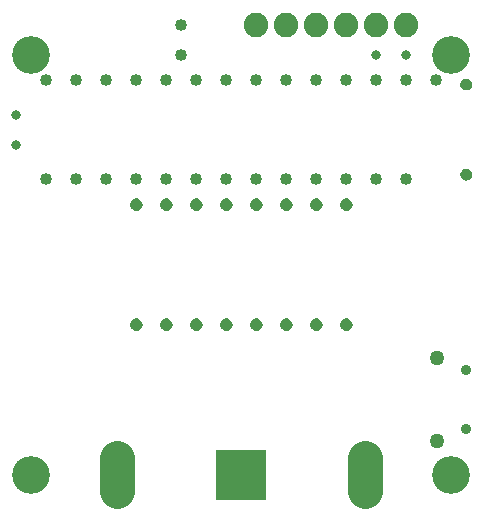
<source format=gbr>
G04 EAGLE Gerber RS-274X export*
G75*
%MOMM*%
%FSLAX34Y34*%
%LPD*%
%INSoldermask Top*%
%IPPOS*%
%AMOC8*
5,1,8,0,0,1.08239X$1,22.5*%
G01*
%ADD10C,3.203200*%
%ADD11C,2.082800*%
%ADD12C,1.016000*%
%ADD13C,0.803212*%
%ADD14C,0.889000*%
%ADD15C,1.270000*%
%ADD16C,2.984500*%
%ADD17R,4.267200X4.267200*%

G36*
X279459Y261399D02*
X279459Y261399D01*
X279553Y261396D01*
X280589Y261521D01*
X280638Y261536D01*
X280728Y261554D01*
X281710Y261907D01*
X281754Y261932D01*
X281838Y261969D01*
X282717Y262532D01*
X282754Y262566D01*
X282827Y262621D01*
X283560Y263365D01*
X283588Y263407D01*
X283647Y263477D01*
X284195Y264366D01*
X284214Y264412D01*
X284256Y264494D01*
X284592Y265482D01*
X284600Y265532D01*
X284623Y265621D01*
X284731Y266659D01*
X284727Y266709D01*
X284730Y266796D01*
X284614Y267830D01*
X284607Y267852D01*
X284607Y267865D01*
X284597Y267888D01*
X284582Y267969D01*
X284238Y268951D01*
X284213Y268995D01*
X284176Y269079D01*
X283622Y269961D01*
X283588Y269998D01*
X283534Y270072D01*
X282798Y270808D01*
X282756Y270836D01*
X282687Y270896D01*
X281805Y271450D01*
X281759Y271469D01*
X281677Y271511D01*
X280695Y271855D01*
X280645Y271863D01*
X280556Y271887D01*
X279522Y272003D01*
X279472Y272000D01*
X279387Y272004D01*
X278346Y271898D01*
X278297Y271884D01*
X278207Y271868D01*
X277215Y271533D01*
X277171Y271509D01*
X277086Y271473D01*
X276194Y270926D01*
X276156Y270893D01*
X276082Y270839D01*
X275334Y270107D01*
X275304Y270065D01*
X275244Y269997D01*
X274677Y269116D01*
X274658Y269070D01*
X274614Y268989D01*
X274258Y268005D01*
X274249Y267955D01*
X274225Y267867D01*
X274097Y266828D01*
X274099Y266778D01*
X274096Y266678D01*
X274217Y265623D01*
X274232Y265575D01*
X274249Y265485D01*
X274602Y264484D01*
X274627Y264440D01*
X274664Y264356D01*
X275231Y263459D01*
X275265Y263422D01*
X275320Y263348D01*
X276072Y262600D01*
X276114Y262572D01*
X276184Y262512D01*
X277084Y261950D01*
X277131Y261932D01*
X277212Y261889D01*
X278215Y261542D01*
X278265Y261534D01*
X278353Y261511D01*
X279408Y261396D01*
X279459Y261399D01*
G37*
G36*
X254059Y261399D02*
X254059Y261399D01*
X254153Y261396D01*
X255189Y261521D01*
X255238Y261536D01*
X255328Y261554D01*
X256310Y261907D01*
X256354Y261932D01*
X256438Y261969D01*
X257317Y262532D01*
X257354Y262566D01*
X257427Y262621D01*
X258160Y263365D01*
X258188Y263407D01*
X258247Y263477D01*
X258795Y264366D01*
X258814Y264412D01*
X258856Y264494D01*
X259192Y265482D01*
X259200Y265532D01*
X259223Y265621D01*
X259331Y266659D01*
X259327Y266709D01*
X259330Y266796D01*
X259214Y267830D01*
X259207Y267852D01*
X259207Y267865D01*
X259197Y267888D01*
X259182Y267969D01*
X258838Y268951D01*
X258813Y268995D01*
X258776Y269079D01*
X258222Y269961D01*
X258188Y269998D01*
X258134Y270072D01*
X257398Y270808D01*
X257356Y270836D01*
X257287Y270896D01*
X256405Y271450D01*
X256359Y271469D01*
X256277Y271511D01*
X255295Y271855D01*
X255245Y271863D01*
X255156Y271887D01*
X254122Y272003D01*
X254072Y272000D01*
X253987Y272004D01*
X252946Y271898D01*
X252897Y271884D01*
X252807Y271868D01*
X251815Y271533D01*
X251771Y271509D01*
X251686Y271473D01*
X250794Y270926D01*
X250756Y270893D01*
X250682Y270839D01*
X249934Y270107D01*
X249904Y270065D01*
X249844Y269997D01*
X249277Y269116D01*
X249258Y269070D01*
X249214Y268989D01*
X248858Y268005D01*
X248849Y267955D01*
X248825Y267867D01*
X248697Y266828D01*
X248699Y266778D01*
X248696Y266678D01*
X248817Y265623D01*
X248832Y265575D01*
X248849Y265485D01*
X249202Y264484D01*
X249227Y264440D01*
X249264Y264356D01*
X249831Y263459D01*
X249865Y263422D01*
X249920Y263348D01*
X250672Y262600D01*
X250714Y262572D01*
X250784Y262512D01*
X251684Y261950D01*
X251731Y261932D01*
X251812Y261889D01*
X252815Y261542D01*
X252865Y261534D01*
X252953Y261511D01*
X254008Y261396D01*
X254059Y261399D01*
G37*
G36*
X304859Y261399D02*
X304859Y261399D01*
X304953Y261396D01*
X305989Y261521D01*
X306038Y261536D01*
X306128Y261554D01*
X307110Y261907D01*
X307154Y261932D01*
X307238Y261969D01*
X308117Y262532D01*
X308154Y262566D01*
X308227Y262621D01*
X308960Y263365D01*
X308988Y263407D01*
X309047Y263477D01*
X309595Y264366D01*
X309614Y264412D01*
X309656Y264494D01*
X309992Y265482D01*
X310000Y265532D01*
X310023Y265621D01*
X310131Y266659D01*
X310127Y266709D01*
X310130Y266796D01*
X310014Y267830D01*
X310007Y267852D01*
X310007Y267865D01*
X309997Y267888D01*
X309982Y267969D01*
X309638Y268951D01*
X309613Y268995D01*
X309576Y269079D01*
X309022Y269961D01*
X308988Y269998D01*
X308934Y270072D01*
X308198Y270808D01*
X308156Y270836D01*
X308087Y270896D01*
X307205Y271450D01*
X307159Y271469D01*
X307077Y271511D01*
X306095Y271855D01*
X306045Y271863D01*
X305956Y271887D01*
X304922Y272003D01*
X304872Y272000D01*
X304787Y272004D01*
X303746Y271898D01*
X303697Y271884D01*
X303607Y271868D01*
X302615Y271533D01*
X302571Y271509D01*
X302486Y271473D01*
X301594Y270926D01*
X301556Y270893D01*
X301482Y270839D01*
X300734Y270107D01*
X300704Y270065D01*
X300644Y269997D01*
X300077Y269116D01*
X300058Y269070D01*
X300014Y268989D01*
X299658Y268005D01*
X299649Y267955D01*
X299625Y267867D01*
X299497Y266828D01*
X299499Y266778D01*
X299496Y266678D01*
X299617Y265623D01*
X299632Y265575D01*
X299649Y265485D01*
X300002Y264484D01*
X300027Y264440D01*
X300064Y264356D01*
X300631Y263459D01*
X300665Y263422D01*
X300720Y263348D01*
X301472Y262600D01*
X301514Y262572D01*
X301584Y262512D01*
X302484Y261950D01*
X302531Y261932D01*
X302612Y261889D01*
X303615Y261542D01*
X303665Y261534D01*
X303753Y261511D01*
X304808Y261396D01*
X304859Y261399D01*
G37*
G36*
X228659Y261399D02*
X228659Y261399D01*
X228753Y261396D01*
X229789Y261521D01*
X229838Y261536D01*
X229928Y261554D01*
X230910Y261907D01*
X230954Y261932D01*
X231038Y261969D01*
X231917Y262532D01*
X231954Y262566D01*
X232027Y262621D01*
X232760Y263365D01*
X232788Y263407D01*
X232847Y263477D01*
X233395Y264366D01*
X233414Y264412D01*
X233456Y264494D01*
X233792Y265482D01*
X233800Y265532D01*
X233823Y265621D01*
X233931Y266659D01*
X233927Y266709D01*
X233930Y266796D01*
X233814Y267830D01*
X233807Y267852D01*
X233807Y267865D01*
X233797Y267888D01*
X233782Y267969D01*
X233438Y268951D01*
X233413Y268995D01*
X233376Y269079D01*
X232822Y269961D01*
X232788Y269998D01*
X232734Y270072D01*
X231998Y270808D01*
X231956Y270836D01*
X231887Y270896D01*
X231005Y271450D01*
X230959Y271469D01*
X230877Y271511D01*
X229895Y271855D01*
X229845Y271863D01*
X229756Y271887D01*
X228722Y272003D01*
X228672Y272000D01*
X228587Y272004D01*
X227546Y271898D01*
X227497Y271884D01*
X227407Y271868D01*
X226415Y271533D01*
X226371Y271509D01*
X226286Y271473D01*
X225394Y270926D01*
X225356Y270893D01*
X225282Y270839D01*
X224534Y270107D01*
X224504Y270065D01*
X224444Y269997D01*
X223877Y269116D01*
X223858Y269070D01*
X223814Y268989D01*
X223458Y268005D01*
X223449Y267955D01*
X223425Y267867D01*
X223297Y266828D01*
X223299Y266778D01*
X223296Y266678D01*
X223417Y265623D01*
X223432Y265575D01*
X223449Y265485D01*
X223802Y264484D01*
X223827Y264440D01*
X223864Y264356D01*
X224431Y263459D01*
X224465Y263422D01*
X224520Y263348D01*
X225272Y262600D01*
X225314Y262572D01*
X225384Y262512D01*
X226284Y261950D01*
X226331Y261932D01*
X226412Y261889D01*
X227415Y261542D01*
X227465Y261534D01*
X227553Y261511D01*
X228608Y261396D01*
X228659Y261399D01*
G37*
G36*
X203259Y261399D02*
X203259Y261399D01*
X203353Y261396D01*
X204389Y261521D01*
X204438Y261536D01*
X204528Y261554D01*
X205510Y261907D01*
X205554Y261932D01*
X205638Y261969D01*
X206517Y262532D01*
X206554Y262566D01*
X206627Y262621D01*
X207360Y263365D01*
X207388Y263407D01*
X207447Y263477D01*
X207995Y264366D01*
X208014Y264412D01*
X208056Y264494D01*
X208392Y265482D01*
X208400Y265532D01*
X208423Y265621D01*
X208531Y266659D01*
X208527Y266709D01*
X208530Y266796D01*
X208414Y267830D01*
X208407Y267852D01*
X208407Y267865D01*
X208397Y267888D01*
X208382Y267969D01*
X208038Y268951D01*
X208013Y268995D01*
X207976Y269079D01*
X207422Y269961D01*
X207388Y269998D01*
X207334Y270072D01*
X206598Y270808D01*
X206556Y270836D01*
X206487Y270896D01*
X205605Y271450D01*
X205559Y271469D01*
X205477Y271511D01*
X204495Y271855D01*
X204445Y271863D01*
X204356Y271887D01*
X203322Y272003D01*
X203272Y272000D01*
X203187Y272004D01*
X202146Y271898D01*
X202097Y271884D01*
X202007Y271868D01*
X201015Y271533D01*
X200971Y271509D01*
X200886Y271473D01*
X199994Y270926D01*
X199956Y270893D01*
X199882Y270839D01*
X199134Y270107D01*
X199104Y270065D01*
X199044Y269997D01*
X198477Y269116D01*
X198458Y269070D01*
X198414Y268989D01*
X198058Y268005D01*
X198049Y267955D01*
X198025Y267867D01*
X197897Y266828D01*
X197899Y266778D01*
X197896Y266678D01*
X198017Y265623D01*
X198032Y265575D01*
X198049Y265485D01*
X198402Y264484D01*
X198427Y264440D01*
X198464Y264356D01*
X199031Y263459D01*
X199065Y263422D01*
X199120Y263348D01*
X199872Y262600D01*
X199914Y262572D01*
X199984Y262512D01*
X200884Y261950D01*
X200931Y261932D01*
X201012Y261889D01*
X202015Y261542D01*
X202065Y261534D01*
X202153Y261511D01*
X203208Y261396D01*
X203259Y261399D01*
G37*
G36*
X177859Y261399D02*
X177859Y261399D01*
X177953Y261396D01*
X178989Y261521D01*
X179038Y261536D01*
X179128Y261554D01*
X180110Y261907D01*
X180154Y261932D01*
X180238Y261969D01*
X181117Y262532D01*
X181154Y262566D01*
X181227Y262621D01*
X181960Y263365D01*
X181988Y263407D01*
X182047Y263477D01*
X182595Y264366D01*
X182614Y264412D01*
X182656Y264494D01*
X182992Y265482D01*
X183000Y265532D01*
X183023Y265621D01*
X183131Y266659D01*
X183127Y266709D01*
X183130Y266796D01*
X183014Y267830D01*
X183007Y267852D01*
X183007Y267865D01*
X182997Y267888D01*
X182982Y267969D01*
X182638Y268951D01*
X182613Y268995D01*
X182576Y269079D01*
X182022Y269961D01*
X181988Y269998D01*
X181934Y270072D01*
X181198Y270808D01*
X181156Y270836D01*
X181087Y270896D01*
X180205Y271450D01*
X180159Y271469D01*
X180077Y271511D01*
X179095Y271855D01*
X179045Y271863D01*
X178956Y271887D01*
X177922Y272003D01*
X177872Y272000D01*
X177787Y272004D01*
X176746Y271898D01*
X176697Y271884D01*
X176607Y271868D01*
X175615Y271533D01*
X175571Y271509D01*
X175486Y271473D01*
X174594Y270926D01*
X174556Y270893D01*
X174482Y270839D01*
X173734Y270107D01*
X173704Y270065D01*
X173644Y269997D01*
X173077Y269116D01*
X173058Y269070D01*
X173014Y268989D01*
X172658Y268005D01*
X172649Y267955D01*
X172625Y267867D01*
X172497Y266828D01*
X172499Y266778D01*
X172496Y266678D01*
X172617Y265623D01*
X172632Y265575D01*
X172649Y265485D01*
X173002Y264484D01*
X173027Y264440D01*
X173064Y264356D01*
X173631Y263459D01*
X173665Y263422D01*
X173720Y263348D01*
X174472Y262600D01*
X174514Y262572D01*
X174584Y262512D01*
X175484Y261950D01*
X175531Y261932D01*
X175612Y261889D01*
X176615Y261542D01*
X176665Y261534D01*
X176753Y261511D01*
X177808Y261396D01*
X177859Y261399D01*
G37*
G36*
X152459Y261399D02*
X152459Y261399D01*
X152553Y261396D01*
X153589Y261521D01*
X153638Y261536D01*
X153728Y261554D01*
X154710Y261907D01*
X154754Y261932D01*
X154838Y261969D01*
X155717Y262532D01*
X155754Y262566D01*
X155827Y262621D01*
X156560Y263365D01*
X156588Y263407D01*
X156647Y263477D01*
X157195Y264366D01*
X157214Y264412D01*
X157256Y264494D01*
X157592Y265482D01*
X157600Y265532D01*
X157623Y265621D01*
X157731Y266659D01*
X157727Y266709D01*
X157730Y266796D01*
X157614Y267830D01*
X157607Y267852D01*
X157607Y267865D01*
X157597Y267888D01*
X157582Y267969D01*
X157238Y268951D01*
X157213Y268995D01*
X157176Y269079D01*
X156622Y269961D01*
X156588Y269998D01*
X156534Y270072D01*
X155798Y270808D01*
X155756Y270836D01*
X155687Y270896D01*
X154805Y271450D01*
X154759Y271469D01*
X154677Y271511D01*
X153695Y271855D01*
X153645Y271863D01*
X153556Y271887D01*
X152522Y272003D01*
X152472Y272000D01*
X152387Y272004D01*
X151346Y271898D01*
X151297Y271884D01*
X151207Y271868D01*
X150215Y271533D01*
X150171Y271509D01*
X150086Y271473D01*
X149194Y270926D01*
X149156Y270893D01*
X149082Y270839D01*
X148334Y270107D01*
X148304Y270065D01*
X148244Y269997D01*
X147677Y269116D01*
X147658Y269070D01*
X147614Y268989D01*
X147258Y268005D01*
X147249Y267955D01*
X147225Y267867D01*
X147097Y266828D01*
X147099Y266778D01*
X147096Y266678D01*
X147217Y265623D01*
X147232Y265575D01*
X147249Y265485D01*
X147602Y264484D01*
X147627Y264440D01*
X147664Y264356D01*
X148231Y263459D01*
X148265Y263422D01*
X148320Y263348D01*
X149072Y262600D01*
X149114Y262572D01*
X149184Y262512D01*
X150084Y261950D01*
X150131Y261932D01*
X150212Y261889D01*
X151215Y261542D01*
X151265Y261534D01*
X151353Y261511D01*
X152408Y261396D01*
X152459Y261399D01*
G37*
G36*
X127059Y261399D02*
X127059Y261399D01*
X127153Y261396D01*
X128189Y261521D01*
X128238Y261536D01*
X128328Y261554D01*
X129310Y261907D01*
X129354Y261932D01*
X129438Y261969D01*
X130317Y262532D01*
X130354Y262566D01*
X130427Y262621D01*
X131160Y263365D01*
X131188Y263407D01*
X131247Y263477D01*
X131795Y264366D01*
X131814Y264412D01*
X131856Y264494D01*
X132192Y265482D01*
X132200Y265532D01*
X132223Y265621D01*
X132331Y266659D01*
X132327Y266709D01*
X132330Y266796D01*
X132214Y267830D01*
X132207Y267852D01*
X132207Y267865D01*
X132197Y267888D01*
X132182Y267969D01*
X131838Y268951D01*
X131813Y268995D01*
X131776Y269079D01*
X131222Y269961D01*
X131188Y269998D01*
X131134Y270072D01*
X130398Y270808D01*
X130356Y270836D01*
X130287Y270896D01*
X129405Y271450D01*
X129359Y271469D01*
X129277Y271511D01*
X128295Y271855D01*
X128245Y271863D01*
X128156Y271887D01*
X127122Y272003D01*
X127072Y272000D01*
X126987Y272004D01*
X125946Y271898D01*
X125897Y271884D01*
X125807Y271868D01*
X124815Y271533D01*
X124771Y271509D01*
X124686Y271473D01*
X123794Y270926D01*
X123756Y270893D01*
X123682Y270839D01*
X122934Y270107D01*
X122904Y270065D01*
X122844Y269997D01*
X122277Y269116D01*
X122258Y269070D01*
X122214Y268989D01*
X121858Y268005D01*
X121849Y267955D01*
X121825Y267867D01*
X121697Y266828D01*
X121699Y266778D01*
X121696Y266678D01*
X121817Y265623D01*
X121832Y265575D01*
X121849Y265485D01*
X122202Y264484D01*
X122227Y264440D01*
X122264Y264356D01*
X122831Y263459D01*
X122865Y263422D01*
X122920Y263348D01*
X123672Y262600D01*
X123714Y262572D01*
X123784Y262512D01*
X124684Y261950D01*
X124731Y261932D01*
X124812Y261889D01*
X125815Y261542D01*
X125865Y261534D01*
X125953Y261511D01*
X127008Y261396D01*
X127059Y261399D01*
G37*
G36*
X254059Y159799D02*
X254059Y159799D01*
X254153Y159796D01*
X255189Y159921D01*
X255238Y159936D01*
X255328Y159954D01*
X256310Y160307D01*
X256354Y160332D01*
X256438Y160369D01*
X257317Y160932D01*
X257354Y160966D01*
X257427Y161021D01*
X258160Y161765D01*
X258188Y161807D01*
X258247Y161877D01*
X258795Y162766D01*
X258814Y162812D01*
X258856Y162894D01*
X259192Y163882D01*
X259200Y163932D01*
X259223Y164021D01*
X259331Y165059D01*
X259327Y165109D01*
X259330Y165196D01*
X259214Y166230D01*
X259207Y166252D01*
X259207Y166265D01*
X259197Y166288D01*
X259182Y166369D01*
X258838Y167351D01*
X258813Y167395D01*
X258776Y167479D01*
X258222Y168361D01*
X258188Y168398D01*
X258134Y168472D01*
X257398Y169208D01*
X257356Y169236D01*
X257287Y169296D01*
X256405Y169850D01*
X256359Y169869D01*
X256277Y169911D01*
X255295Y170255D01*
X255245Y170263D01*
X255156Y170287D01*
X254122Y170403D01*
X254072Y170400D01*
X253987Y170404D01*
X252946Y170298D01*
X252897Y170284D01*
X252807Y170268D01*
X251815Y169933D01*
X251771Y169909D01*
X251686Y169873D01*
X250794Y169326D01*
X250756Y169293D01*
X250682Y169239D01*
X249934Y168507D01*
X249904Y168465D01*
X249844Y168397D01*
X249277Y167516D01*
X249258Y167470D01*
X249214Y167389D01*
X248858Y166405D01*
X248849Y166355D01*
X248825Y166267D01*
X248697Y165228D01*
X248699Y165178D01*
X248696Y165078D01*
X248817Y164023D01*
X248832Y163975D01*
X248849Y163885D01*
X249202Y162884D01*
X249227Y162840D01*
X249264Y162756D01*
X249831Y161859D01*
X249865Y161822D01*
X249920Y161748D01*
X250672Y161000D01*
X250714Y160972D01*
X250784Y160912D01*
X251684Y160350D01*
X251731Y160332D01*
X251812Y160289D01*
X252815Y159942D01*
X252865Y159934D01*
X252953Y159911D01*
X254008Y159796D01*
X254059Y159799D01*
G37*
G36*
X127059Y159799D02*
X127059Y159799D01*
X127153Y159796D01*
X128189Y159921D01*
X128238Y159936D01*
X128328Y159954D01*
X129310Y160307D01*
X129354Y160332D01*
X129438Y160369D01*
X130317Y160932D01*
X130354Y160966D01*
X130427Y161021D01*
X131160Y161765D01*
X131188Y161807D01*
X131247Y161877D01*
X131795Y162766D01*
X131814Y162812D01*
X131856Y162894D01*
X132192Y163882D01*
X132200Y163932D01*
X132223Y164021D01*
X132331Y165059D01*
X132327Y165109D01*
X132330Y165196D01*
X132214Y166230D01*
X132207Y166252D01*
X132207Y166265D01*
X132197Y166288D01*
X132182Y166369D01*
X131838Y167351D01*
X131813Y167395D01*
X131776Y167479D01*
X131222Y168361D01*
X131188Y168398D01*
X131134Y168472D01*
X130398Y169208D01*
X130356Y169236D01*
X130287Y169296D01*
X129405Y169850D01*
X129359Y169869D01*
X129277Y169911D01*
X128295Y170255D01*
X128245Y170263D01*
X128156Y170287D01*
X127122Y170403D01*
X127072Y170400D01*
X126987Y170404D01*
X125946Y170298D01*
X125897Y170284D01*
X125807Y170268D01*
X124815Y169933D01*
X124771Y169909D01*
X124686Y169873D01*
X123794Y169326D01*
X123756Y169293D01*
X123682Y169239D01*
X122934Y168507D01*
X122904Y168465D01*
X122844Y168397D01*
X122277Y167516D01*
X122258Y167470D01*
X122214Y167389D01*
X121858Y166405D01*
X121849Y166355D01*
X121825Y166267D01*
X121697Y165228D01*
X121699Y165178D01*
X121696Y165078D01*
X121817Y164023D01*
X121832Y163975D01*
X121849Y163885D01*
X122202Y162884D01*
X122227Y162840D01*
X122264Y162756D01*
X122831Y161859D01*
X122865Y161822D01*
X122920Y161748D01*
X123672Y161000D01*
X123714Y160972D01*
X123784Y160912D01*
X124684Y160350D01*
X124731Y160332D01*
X124812Y160289D01*
X125815Y159942D01*
X125865Y159934D01*
X125953Y159911D01*
X127008Y159796D01*
X127059Y159799D01*
G37*
G36*
X152459Y159799D02*
X152459Y159799D01*
X152553Y159796D01*
X153589Y159921D01*
X153638Y159936D01*
X153728Y159954D01*
X154710Y160307D01*
X154754Y160332D01*
X154838Y160369D01*
X155717Y160932D01*
X155754Y160966D01*
X155827Y161021D01*
X156560Y161765D01*
X156588Y161807D01*
X156647Y161877D01*
X157195Y162766D01*
X157214Y162812D01*
X157256Y162894D01*
X157592Y163882D01*
X157600Y163932D01*
X157623Y164021D01*
X157731Y165059D01*
X157727Y165109D01*
X157730Y165196D01*
X157614Y166230D01*
X157607Y166252D01*
X157607Y166265D01*
X157597Y166288D01*
X157582Y166369D01*
X157238Y167351D01*
X157213Y167395D01*
X157176Y167479D01*
X156622Y168361D01*
X156588Y168398D01*
X156534Y168472D01*
X155798Y169208D01*
X155756Y169236D01*
X155687Y169296D01*
X154805Y169850D01*
X154759Y169869D01*
X154677Y169911D01*
X153695Y170255D01*
X153645Y170263D01*
X153556Y170287D01*
X152522Y170403D01*
X152472Y170400D01*
X152387Y170404D01*
X151346Y170298D01*
X151297Y170284D01*
X151207Y170268D01*
X150215Y169933D01*
X150171Y169909D01*
X150086Y169873D01*
X149194Y169326D01*
X149156Y169293D01*
X149082Y169239D01*
X148334Y168507D01*
X148304Y168465D01*
X148244Y168397D01*
X147677Y167516D01*
X147658Y167470D01*
X147614Y167389D01*
X147258Y166405D01*
X147249Y166355D01*
X147225Y166267D01*
X147097Y165228D01*
X147099Y165178D01*
X147096Y165078D01*
X147217Y164023D01*
X147232Y163975D01*
X147249Y163885D01*
X147602Y162884D01*
X147627Y162840D01*
X147664Y162756D01*
X148231Y161859D01*
X148265Y161822D01*
X148320Y161748D01*
X149072Y161000D01*
X149114Y160972D01*
X149184Y160912D01*
X150084Y160350D01*
X150131Y160332D01*
X150212Y160289D01*
X151215Y159942D01*
X151265Y159934D01*
X151353Y159911D01*
X152408Y159796D01*
X152459Y159799D01*
G37*
G36*
X177859Y159799D02*
X177859Y159799D01*
X177953Y159796D01*
X178989Y159921D01*
X179038Y159936D01*
X179128Y159954D01*
X180110Y160307D01*
X180154Y160332D01*
X180238Y160369D01*
X181117Y160932D01*
X181154Y160966D01*
X181227Y161021D01*
X181960Y161765D01*
X181988Y161807D01*
X182047Y161877D01*
X182595Y162766D01*
X182614Y162812D01*
X182656Y162894D01*
X182992Y163882D01*
X183000Y163932D01*
X183023Y164021D01*
X183131Y165059D01*
X183127Y165109D01*
X183130Y165196D01*
X183014Y166230D01*
X183007Y166252D01*
X183007Y166265D01*
X182997Y166288D01*
X182982Y166369D01*
X182638Y167351D01*
X182613Y167395D01*
X182576Y167479D01*
X182022Y168361D01*
X181988Y168398D01*
X181934Y168472D01*
X181198Y169208D01*
X181156Y169236D01*
X181087Y169296D01*
X180205Y169850D01*
X180159Y169869D01*
X180077Y169911D01*
X179095Y170255D01*
X179045Y170263D01*
X178956Y170287D01*
X177922Y170403D01*
X177872Y170400D01*
X177787Y170404D01*
X176746Y170298D01*
X176697Y170284D01*
X176607Y170268D01*
X175615Y169933D01*
X175571Y169909D01*
X175486Y169873D01*
X174594Y169326D01*
X174556Y169293D01*
X174482Y169239D01*
X173734Y168507D01*
X173704Y168465D01*
X173644Y168397D01*
X173077Y167516D01*
X173058Y167470D01*
X173014Y167389D01*
X172658Y166405D01*
X172649Y166355D01*
X172625Y166267D01*
X172497Y165228D01*
X172499Y165178D01*
X172496Y165078D01*
X172617Y164023D01*
X172632Y163975D01*
X172649Y163885D01*
X173002Y162884D01*
X173027Y162840D01*
X173064Y162756D01*
X173631Y161859D01*
X173665Y161822D01*
X173720Y161748D01*
X174472Y161000D01*
X174514Y160972D01*
X174584Y160912D01*
X175484Y160350D01*
X175531Y160332D01*
X175612Y160289D01*
X176615Y159942D01*
X176665Y159934D01*
X176753Y159911D01*
X177808Y159796D01*
X177859Y159799D01*
G37*
G36*
X304859Y159799D02*
X304859Y159799D01*
X304953Y159796D01*
X305989Y159921D01*
X306038Y159936D01*
X306128Y159954D01*
X307110Y160307D01*
X307154Y160332D01*
X307238Y160369D01*
X308117Y160932D01*
X308154Y160966D01*
X308227Y161021D01*
X308960Y161765D01*
X308988Y161807D01*
X309047Y161877D01*
X309595Y162766D01*
X309614Y162812D01*
X309656Y162894D01*
X309992Y163882D01*
X310000Y163932D01*
X310023Y164021D01*
X310131Y165059D01*
X310127Y165109D01*
X310130Y165196D01*
X310014Y166230D01*
X310007Y166252D01*
X310007Y166265D01*
X309997Y166288D01*
X309982Y166369D01*
X309638Y167351D01*
X309613Y167395D01*
X309576Y167479D01*
X309022Y168361D01*
X308988Y168398D01*
X308934Y168472D01*
X308198Y169208D01*
X308156Y169236D01*
X308087Y169296D01*
X307205Y169850D01*
X307159Y169869D01*
X307077Y169911D01*
X306095Y170255D01*
X306045Y170263D01*
X305956Y170287D01*
X304922Y170403D01*
X304872Y170400D01*
X304787Y170404D01*
X303746Y170298D01*
X303697Y170284D01*
X303607Y170268D01*
X302615Y169933D01*
X302571Y169909D01*
X302486Y169873D01*
X301594Y169326D01*
X301556Y169293D01*
X301482Y169239D01*
X300734Y168507D01*
X300704Y168465D01*
X300644Y168397D01*
X300077Y167516D01*
X300058Y167470D01*
X300014Y167389D01*
X299658Y166405D01*
X299649Y166355D01*
X299625Y166267D01*
X299497Y165228D01*
X299499Y165178D01*
X299496Y165078D01*
X299617Y164023D01*
X299632Y163975D01*
X299649Y163885D01*
X300002Y162884D01*
X300027Y162840D01*
X300064Y162756D01*
X300631Y161859D01*
X300665Y161822D01*
X300720Y161748D01*
X301472Y161000D01*
X301514Y160972D01*
X301584Y160912D01*
X302484Y160350D01*
X302531Y160332D01*
X302612Y160289D01*
X303615Y159942D01*
X303665Y159934D01*
X303753Y159911D01*
X304808Y159796D01*
X304859Y159799D01*
G37*
G36*
X228659Y159799D02*
X228659Y159799D01*
X228753Y159796D01*
X229789Y159921D01*
X229838Y159936D01*
X229928Y159954D01*
X230910Y160307D01*
X230954Y160332D01*
X231038Y160369D01*
X231917Y160932D01*
X231954Y160966D01*
X232027Y161021D01*
X232760Y161765D01*
X232788Y161807D01*
X232847Y161877D01*
X233395Y162766D01*
X233414Y162812D01*
X233456Y162894D01*
X233792Y163882D01*
X233800Y163932D01*
X233823Y164021D01*
X233931Y165059D01*
X233927Y165109D01*
X233930Y165196D01*
X233814Y166230D01*
X233807Y166252D01*
X233807Y166265D01*
X233797Y166288D01*
X233782Y166369D01*
X233438Y167351D01*
X233413Y167395D01*
X233376Y167479D01*
X232822Y168361D01*
X232788Y168398D01*
X232734Y168472D01*
X231998Y169208D01*
X231956Y169236D01*
X231887Y169296D01*
X231005Y169850D01*
X230959Y169869D01*
X230877Y169911D01*
X229895Y170255D01*
X229845Y170263D01*
X229756Y170287D01*
X228722Y170403D01*
X228672Y170400D01*
X228587Y170404D01*
X227546Y170298D01*
X227497Y170284D01*
X227407Y170268D01*
X226415Y169933D01*
X226371Y169909D01*
X226286Y169873D01*
X225394Y169326D01*
X225356Y169293D01*
X225282Y169239D01*
X224534Y168507D01*
X224504Y168465D01*
X224444Y168397D01*
X223877Y167516D01*
X223858Y167470D01*
X223814Y167389D01*
X223458Y166405D01*
X223449Y166355D01*
X223425Y166267D01*
X223297Y165228D01*
X223299Y165178D01*
X223296Y165078D01*
X223417Y164023D01*
X223432Y163975D01*
X223449Y163885D01*
X223802Y162884D01*
X223827Y162840D01*
X223864Y162756D01*
X224431Y161859D01*
X224465Y161822D01*
X224520Y161748D01*
X225272Y161000D01*
X225314Y160972D01*
X225384Y160912D01*
X226284Y160350D01*
X226331Y160332D01*
X226412Y160289D01*
X227415Y159942D01*
X227465Y159934D01*
X227553Y159911D01*
X228608Y159796D01*
X228659Y159799D01*
G37*
G36*
X203259Y159799D02*
X203259Y159799D01*
X203353Y159796D01*
X204389Y159921D01*
X204438Y159936D01*
X204528Y159954D01*
X205510Y160307D01*
X205554Y160332D01*
X205638Y160369D01*
X206517Y160932D01*
X206554Y160966D01*
X206627Y161021D01*
X207360Y161765D01*
X207388Y161807D01*
X207447Y161877D01*
X207995Y162766D01*
X208014Y162812D01*
X208056Y162894D01*
X208392Y163882D01*
X208400Y163932D01*
X208423Y164021D01*
X208531Y165059D01*
X208527Y165109D01*
X208530Y165196D01*
X208414Y166230D01*
X208407Y166252D01*
X208407Y166265D01*
X208397Y166288D01*
X208382Y166369D01*
X208038Y167351D01*
X208013Y167395D01*
X207976Y167479D01*
X207422Y168361D01*
X207388Y168398D01*
X207334Y168472D01*
X206598Y169208D01*
X206556Y169236D01*
X206487Y169296D01*
X205605Y169850D01*
X205559Y169869D01*
X205477Y169911D01*
X204495Y170255D01*
X204445Y170263D01*
X204356Y170287D01*
X203322Y170403D01*
X203272Y170400D01*
X203187Y170404D01*
X202146Y170298D01*
X202097Y170284D01*
X202007Y170268D01*
X201015Y169933D01*
X200971Y169909D01*
X200886Y169873D01*
X199994Y169326D01*
X199956Y169293D01*
X199882Y169239D01*
X199134Y168507D01*
X199104Y168465D01*
X199044Y168397D01*
X198477Y167516D01*
X198458Y167470D01*
X198414Y167389D01*
X198058Y166405D01*
X198049Y166355D01*
X198025Y166267D01*
X197897Y165228D01*
X197899Y165178D01*
X197896Y165078D01*
X198017Y164023D01*
X198032Y163975D01*
X198049Y163885D01*
X198402Y162884D01*
X198427Y162840D01*
X198464Y162756D01*
X199031Y161859D01*
X199065Y161822D01*
X199120Y161748D01*
X199872Y161000D01*
X199914Y160972D01*
X199984Y160912D01*
X200884Y160350D01*
X200931Y160332D01*
X201012Y160289D01*
X202015Y159942D01*
X202065Y159934D01*
X202153Y159911D01*
X203208Y159796D01*
X203259Y159799D01*
G37*
G36*
X279459Y159799D02*
X279459Y159799D01*
X279553Y159796D01*
X280589Y159921D01*
X280638Y159936D01*
X280728Y159954D01*
X281710Y160307D01*
X281754Y160332D01*
X281838Y160369D01*
X282717Y160932D01*
X282754Y160966D01*
X282827Y161021D01*
X283560Y161765D01*
X283588Y161807D01*
X283647Y161877D01*
X284195Y162766D01*
X284214Y162812D01*
X284256Y162894D01*
X284592Y163882D01*
X284600Y163932D01*
X284623Y164021D01*
X284731Y165059D01*
X284727Y165109D01*
X284730Y165196D01*
X284614Y166230D01*
X284607Y166252D01*
X284607Y166265D01*
X284597Y166288D01*
X284582Y166369D01*
X284238Y167351D01*
X284213Y167395D01*
X284176Y167479D01*
X283622Y168361D01*
X283588Y168398D01*
X283534Y168472D01*
X282798Y169208D01*
X282756Y169236D01*
X282687Y169296D01*
X281805Y169850D01*
X281759Y169869D01*
X281677Y169911D01*
X280695Y170255D01*
X280645Y170263D01*
X280556Y170287D01*
X279522Y170403D01*
X279472Y170400D01*
X279387Y170404D01*
X278346Y170298D01*
X278297Y170284D01*
X278207Y170268D01*
X277215Y169933D01*
X277171Y169909D01*
X277086Y169873D01*
X276194Y169326D01*
X276156Y169293D01*
X276082Y169239D01*
X275334Y168507D01*
X275304Y168465D01*
X275244Y168397D01*
X274677Y167516D01*
X274658Y167470D01*
X274614Y167389D01*
X274258Y166405D01*
X274249Y166355D01*
X274225Y166267D01*
X274097Y165228D01*
X274099Y165178D01*
X274096Y165078D01*
X274217Y164023D01*
X274232Y163975D01*
X274249Y163885D01*
X274602Y162884D01*
X274627Y162840D01*
X274664Y162756D01*
X275231Y161859D01*
X275265Y161822D01*
X275320Y161748D01*
X276072Y161000D01*
X276114Y160972D01*
X276184Y160912D01*
X277084Y160350D01*
X277131Y160332D01*
X277212Y160289D01*
X278215Y159942D01*
X278265Y159934D01*
X278353Y159911D01*
X279408Y159796D01*
X279459Y159799D01*
G37*
G36*
X407361Y363345D02*
X407361Y363345D01*
X407410Y363359D01*
X407500Y363375D01*
X408456Y363691D01*
X408501Y363715D01*
X408585Y363751D01*
X409446Y364272D01*
X409484Y364305D01*
X409559Y364358D01*
X410283Y365058D01*
X410312Y365099D01*
X410373Y365168D01*
X410923Y366011D01*
X410943Y366057D01*
X410987Y366138D01*
X411335Y367082D01*
X411344Y367132D01*
X411369Y367220D01*
X411499Y368218D01*
X411497Y368261D01*
X411498Y368387D01*
X411359Y369398D01*
X411343Y369446D01*
X411324Y369536D01*
X410962Y370491D01*
X410936Y370534D01*
X410898Y370618D01*
X410333Y371468D01*
X410298Y371505D01*
X410241Y371577D01*
X409502Y372281D01*
X409459Y372309D01*
X409388Y372367D01*
X408510Y372888D01*
X408463Y372906D01*
X408381Y372947D01*
X407409Y373260D01*
X407359Y373267D01*
X407270Y373288D01*
X406252Y373377D01*
X406202Y373372D01*
X406111Y373373D01*
X405147Y373242D01*
X405099Y373226D01*
X405010Y373207D01*
X404099Y372865D01*
X404056Y372839D01*
X403973Y372800D01*
X403161Y372263D01*
X403125Y372228D01*
X403052Y372172D01*
X402380Y371468D01*
X402353Y371426D01*
X402294Y371355D01*
X401796Y370520D01*
X401778Y370472D01*
X401738Y370390D01*
X401438Y369465D01*
X401431Y369414D01*
X401409Y369325D01*
X401323Y368356D01*
X401327Y368309D01*
X401324Y368234D01*
X401426Y367258D01*
X401440Y367210D01*
X401456Y367120D01*
X401772Y366191D01*
X401797Y366147D01*
X401833Y366062D01*
X402347Y365227D01*
X402381Y365190D01*
X402435Y365115D01*
X403123Y364416D01*
X403164Y364386D01*
X403233Y364326D01*
X404060Y363797D01*
X404106Y363778D01*
X404187Y363734D01*
X405110Y363402D01*
X405160Y363394D01*
X405249Y363369D01*
X406223Y363251D01*
X406273Y363254D01*
X406359Y363250D01*
X407361Y363345D01*
G37*
G36*
X407437Y287069D02*
X407437Y287069D01*
X407486Y287083D01*
X407576Y287099D01*
X408532Y287415D01*
X408577Y287439D01*
X408661Y287475D01*
X409522Y287996D01*
X409560Y288029D01*
X409635Y288082D01*
X410359Y288782D01*
X410388Y288823D01*
X410449Y288892D01*
X410999Y289735D01*
X411019Y289781D01*
X411063Y289862D01*
X411411Y290806D01*
X411420Y290856D01*
X411445Y290944D01*
X411575Y291942D01*
X411573Y291985D01*
X411574Y292111D01*
X411435Y293122D01*
X411419Y293170D01*
X411400Y293260D01*
X411038Y294215D01*
X411012Y294258D01*
X410974Y294342D01*
X410409Y295192D01*
X410374Y295229D01*
X410317Y295301D01*
X409578Y296005D01*
X409535Y296033D01*
X409464Y296091D01*
X408586Y296612D01*
X408539Y296630D01*
X408457Y296671D01*
X407485Y296984D01*
X407435Y296991D01*
X407346Y297012D01*
X406328Y297101D01*
X406278Y297096D01*
X406187Y297097D01*
X405223Y296966D01*
X405175Y296950D01*
X405086Y296931D01*
X404175Y296589D01*
X404132Y296563D01*
X404049Y296524D01*
X403237Y295987D01*
X403201Y295952D01*
X403128Y295896D01*
X402456Y295192D01*
X402429Y295150D01*
X402370Y295079D01*
X401872Y294244D01*
X401854Y294196D01*
X401814Y294114D01*
X401514Y293189D01*
X401507Y293138D01*
X401485Y293049D01*
X401399Y292080D01*
X401403Y292033D01*
X401400Y291958D01*
X401502Y290982D01*
X401516Y290934D01*
X401532Y290844D01*
X401848Y289915D01*
X401873Y289871D01*
X401909Y289786D01*
X402423Y288951D01*
X402457Y288914D01*
X402511Y288839D01*
X403199Y288140D01*
X403240Y288110D01*
X403309Y288050D01*
X404136Y287521D01*
X404182Y287502D01*
X404263Y287458D01*
X405186Y287126D01*
X405236Y287118D01*
X405325Y287093D01*
X406299Y286975D01*
X406349Y286978D01*
X406435Y286974D01*
X407437Y287069D01*
G37*
D10*
X38100Y393700D03*
X393700Y38100D03*
X393700Y393700D03*
X38100Y38100D03*
D11*
X355600Y419100D03*
X330200Y419100D03*
X304800Y419100D03*
X279400Y419100D03*
X254000Y419100D03*
X228600Y419100D03*
D12*
X50800Y372110D03*
X355600Y288290D03*
X330200Y288290D03*
X304800Y288290D03*
X279400Y288290D03*
X254000Y288290D03*
X228600Y288290D03*
X203200Y288290D03*
X177800Y288290D03*
X152400Y288290D03*
X127000Y288290D03*
X101600Y288290D03*
X76200Y288290D03*
X50800Y288290D03*
X381000Y372110D03*
X355600Y372110D03*
X330200Y372110D03*
X304800Y372110D03*
X279400Y372110D03*
X254000Y372110D03*
X228600Y372110D03*
X203200Y372110D03*
X177800Y372110D03*
X152400Y372110D03*
X127000Y372110D03*
X101600Y372110D03*
X76200Y372110D03*
D13*
X330200Y393700D03*
X355600Y393700D03*
X25400Y317500D03*
X25400Y342900D03*
D12*
X165100Y393700D03*
X165100Y419100D03*
D14*
X406400Y126600D03*
X406400Y76600D03*
D15*
X381400Y66600D03*
X381400Y136600D03*
D16*
X320900Y52007D02*
X320900Y24194D01*
X110900Y24194D02*
X110900Y52007D01*
D17*
X215900Y38100D03*
M02*

</source>
